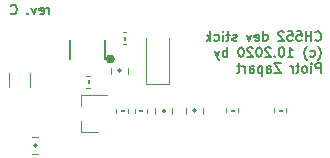
<source format=gbo>
%TF.GenerationSoftware,KiCad,Pcbnew,5.1.7-a382d34a8~87~ubuntu18.04.1*%
%TF.CreationDate,2020-10-28T08:11:05+01:00*%
%TF.ProjectId,CH552_devkit,43483535-325f-4646-9576-6b69742e6b69,rev?*%
%TF.SameCoordinates,Original*%
%TF.FileFunction,Legend,Bot*%
%TF.FilePolarity,Positive*%
%FSLAX46Y46*%
G04 Gerber Fmt 4.6, Leading zero omitted, Abs format (unit mm)*
G04 Created by KiCad (PCBNEW 5.1.7-a382d34a8~87~ubuntu18.04.1) date 2020-10-28 08:11:05*
%MOMM*%
%LPD*%
G01*
G04 APERTURE LIST*
%ADD10C,0.150000*%
%ADD11C,0.120000*%
%ADD12C,0.300000*%
%ADD13C,0.200000*%
G04 APERTURE END LIST*
D10*
X75212023Y-79011904D02*
X75212023Y-78478571D01*
X75212023Y-78630952D02*
X75173928Y-78554761D01*
X75135833Y-78516666D01*
X75059642Y-78478571D01*
X74983452Y-78478571D01*
X74412023Y-78973809D02*
X74488214Y-79011904D01*
X74640595Y-79011904D01*
X74716785Y-78973809D01*
X74754880Y-78897619D01*
X74754880Y-78592857D01*
X74716785Y-78516666D01*
X74640595Y-78478571D01*
X74488214Y-78478571D01*
X74412023Y-78516666D01*
X74373928Y-78592857D01*
X74373928Y-78669047D01*
X74754880Y-78745238D01*
X74107261Y-78478571D02*
X73916785Y-79011904D01*
X73726309Y-78478571D01*
X73421547Y-78935714D02*
X73383452Y-78973809D01*
X73421547Y-79011904D01*
X73459642Y-78973809D01*
X73421547Y-78935714D01*
X73421547Y-79011904D01*
X71973928Y-78935714D02*
X72012023Y-78973809D01*
X72126309Y-79011904D01*
X72202500Y-79011904D01*
X72316785Y-78973809D01*
X72392976Y-78897619D01*
X72431071Y-78821428D01*
X72469166Y-78669047D01*
X72469166Y-78554761D01*
X72431071Y-78402380D01*
X72392976Y-78326190D01*
X72316785Y-78250000D01*
X72202500Y-78211904D01*
X72126309Y-78211904D01*
X72012023Y-78250000D01*
X71973928Y-78288095D01*
X97754880Y-81185714D02*
X97792976Y-81223809D01*
X97907261Y-81261904D01*
X97983452Y-81261904D01*
X98097738Y-81223809D01*
X98173928Y-81147619D01*
X98212023Y-81071428D01*
X98250119Y-80919047D01*
X98250119Y-80804761D01*
X98212023Y-80652380D01*
X98173928Y-80576190D01*
X98097738Y-80500000D01*
X97983452Y-80461904D01*
X97907261Y-80461904D01*
X97792976Y-80500000D01*
X97754880Y-80538095D01*
X97412023Y-81261904D02*
X97412023Y-80461904D01*
X97412023Y-80842857D02*
X96954880Y-80842857D01*
X96954880Y-81261904D02*
X96954880Y-80461904D01*
X96192976Y-80461904D02*
X96573928Y-80461904D01*
X96612023Y-80842857D01*
X96573928Y-80804761D01*
X96497738Y-80766666D01*
X96307261Y-80766666D01*
X96231071Y-80804761D01*
X96192976Y-80842857D01*
X96154880Y-80919047D01*
X96154880Y-81109523D01*
X96192976Y-81185714D01*
X96231071Y-81223809D01*
X96307261Y-81261904D01*
X96497738Y-81261904D01*
X96573928Y-81223809D01*
X96612023Y-81185714D01*
X95431071Y-80461904D02*
X95812023Y-80461904D01*
X95850119Y-80842857D01*
X95812023Y-80804761D01*
X95735833Y-80766666D01*
X95545357Y-80766666D01*
X95469166Y-80804761D01*
X95431071Y-80842857D01*
X95392976Y-80919047D01*
X95392976Y-81109523D01*
X95431071Y-81185714D01*
X95469166Y-81223809D01*
X95545357Y-81261904D01*
X95735833Y-81261904D01*
X95812023Y-81223809D01*
X95850119Y-81185714D01*
X95088214Y-80538095D02*
X95050119Y-80500000D01*
X94973928Y-80461904D01*
X94783452Y-80461904D01*
X94707261Y-80500000D01*
X94669166Y-80538095D01*
X94631071Y-80614285D01*
X94631071Y-80690476D01*
X94669166Y-80804761D01*
X95126309Y-81261904D01*
X94631071Y-81261904D01*
X93335833Y-81261904D02*
X93335833Y-80461904D01*
X93335833Y-81223809D02*
X93412023Y-81261904D01*
X93564404Y-81261904D01*
X93640595Y-81223809D01*
X93678690Y-81185714D01*
X93716785Y-81109523D01*
X93716785Y-80880952D01*
X93678690Y-80804761D01*
X93640595Y-80766666D01*
X93564404Y-80728571D01*
X93412023Y-80728571D01*
X93335833Y-80766666D01*
X92650119Y-81223809D02*
X92726309Y-81261904D01*
X92878690Y-81261904D01*
X92954880Y-81223809D01*
X92992976Y-81147619D01*
X92992976Y-80842857D01*
X92954880Y-80766666D01*
X92878690Y-80728571D01*
X92726309Y-80728571D01*
X92650119Y-80766666D01*
X92612023Y-80842857D01*
X92612023Y-80919047D01*
X92992976Y-80995238D01*
X92345357Y-80728571D02*
X92154880Y-81261904D01*
X91964404Y-80728571D01*
X91088214Y-81223809D02*
X91012023Y-81261904D01*
X90859642Y-81261904D01*
X90783452Y-81223809D01*
X90745357Y-81147619D01*
X90745357Y-81109523D01*
X90783452Y-81033333D01*
X90859642Y-80995238D01*
X90973928Y-80995238D01*
X91050119Y-80957142D01*
X91088214Y-80880952D01*
X91088214Y-80842857D01*
X91050119Y-80766666D01*
X90973928Y-80728571D01*
X90859642Y-80728571D01*
X90783452Y-80766666D01*
X90516785Y-80728571D02*
X90212023Y-80728571D01*
X90402500Y-80461904D02*
X90402500Y-81147619D01*
X90364404Y-81223809D01*
X90288214Y-81261904D01*
X90212023Y-81261904D01*
X89945357Y-81261904D02*
X89945357Y-80728571D01*
X89945357Y-80461904D02*
X89983452Y-80500000D01*
X89945357Y-80538095D01*
X89907261Y-80500000D01*
X89945357Y-80461904D01*
X89945357Y-80538095D01*
X89221547Y-81223809D02*
X89297738Y-81261904D01*
X89450119Y-81261904D01*
X89526309Y-81223809D01*
X89564404Y-81185714D01*
X89602500Y-81109523D01*
X89602500Y-80880952D01*
X89564404Y-80804761D01*
X89526309Y-80766666D01*
X89450119Y-80728571D01*
X89297738Y-80728571D01*
X89221547Y-80766666D01*
X88878690Y-81261904D02*
X88878690Y-80461904D01*
X88802500Y-80957142D02*
X88573928Y-81261904D01*
X88573928Y-80728571D02*
X88878690Y-81033333D01*
X97983452Y-82916666D02*
X98021547Y-82878571D01*
X98097738Y-82764285D01*
X98135833Y-82688095D01*
X98173928Y-82573809D01*
X98212023Y-82383333D01*
X98212023Y-82230952D01*
X98173928Y-82040476D01*
X98135833Y-81926190D01*
X98097738Y-81850000D01*
X98021547Y-81735714D01*
X97983452Y-81697619D01*
X97335833Y-82573809D02*
X97412023Y-82611904D01*
X97564404Y-82611904D01*
X97640595Y-82573809D01*
X97678690Y-82535714D01*
X97716785Y-82459523D01*
X97716785Y-82230952D01*
X97678690Y-82154761D01*
X97640595Y-82116666D01*
X97564404Y-82078571D01*
X97412023Y-82078571D01*
X97335833Y-82116666D01*
X97069166Y-82916666D02*
X97031071Y-82878571D01*
X96954880Y-82764285D01*
X96916785Y-82688095D01*
X96878690Y-82573809D01*
X96840595Y-82383333D01*
X96840595Y-82230952D01*
X96878690Y-82040476D01*
X96916785Y-81926190D01*
X96954880Y-81850000D01*
X97031071Y-81735714D01*
X97069166Y-81697619D01*
X95431071Y-82611904D02*
X95888214Y-82611904D01*
X95659642Y-82611904D02*
X95659642Y-81811904D01*
X95735833Y-81926190D01*
X95812023Y-82002380D01*
X95888214Y-82040476D01*
X94935833Y-81811904D02*
X94859642Y-81811904D01*
X94783452Y-81850000D01*
X94745357Y-81888095D01*
X94707261Y-81964285D01*
X94669166Y-82116666D01*
X94669166Y-82307142D01*
X94707261Y-82459523D01*
X94745357Y-82535714D01*
X94783452Y-82573809D01*
X94859642Y-82611904D01*
X94935833Y-82611904D01*
X95012023Y-82573809D01*
X95050119Y-82535714D01*
X95088214Y-82459523D01*
X95126309Y-82307142D01*
X95126309Y-82116666D01*
X95088214Y-81964285D01*
X95050119Y-81888095D01*
X95012023Y-81850000D01*
X94935833Y-81811904D01*
X94326309Y-82535714D02*
X94288214Y-82573809D01*
X94326309Y-82611904D01*
X94364404Y-82573809D01*
X94326309Y-82535714D01*
X94326309Y-82611904D01*
X93983452Y-81888095D02*
X93945357Y-81850000D01*
X93869166Y-81811904D01*
X93678690Y-81811904D01*
X93602500Y-81850000D01*
X93564404Y-81888095D01*
X93526309Y-81964285D01*
X93526309Y-82040476D01*
X93564404Y-82154761D01*
X94021547Y-82611904D01*
X93526309Y-82611904D01*
X93031071Y-81811904D02*
X92954880Y-81811904D01*
X92878690Y-81850000D01*
X92840595Y-81888095D01*
X92802499Y-81964285D01*
X92764404Y-82116666D01*
X92764404Y-82307142D01*
X92802499Y-82459523D01*
X92840595Y-82535714D01*
X92878690Y-82573809D01*
X92954880Y-82611904D01*
X93031071Y-82611904D01*
X93107261Y-82573809D01*
X93145357Y-82535714D01*
X93183452Y-82459523D01*
X93221547Y-82307142D01*
X93221547Y-82116666D01*
X93183452Y-81964285D01*
X93145357Y-81888095D01*
X93107261Y-81850000D01*
X93031071Y-81811904D01*
X92459642Y-81888095D02*
X92421547Y-81850000D01*
X92345357Y-81811904D01*
X92154880Y-81811904D01*
X92078690Y-81850000D01*
X92040595Y-81888095D01*
X92002499Y-81964285D01*
X92002499Y-82040476D01*
X92040595Y-82154761D01*
X92497738Y-82611904D01*
X92002499Y-82611904D01*
X91507261Y-81811904D02*
X91431071Y-81811904D01*
X91354880Y-81850000D01*
X91316785Y-81888095D01*
X91278690Y-81964285D01*
X91240595Y-82116666D01*
X91240595Y-82307142D01*
X91278690Y-82459523D01*
X91316785Y-82535714D01*
X91354880Y-82573809D01*
X91431071Y-82611904D01*
X91507261Y-82611904D01*
X91583452Y-82573809D01*
X91621547Y-82535714D01*
X91659642Y-82459523D01*
X91697738Y-82307142D01*
X91697738Y-82116666D01*
X91659642Y-81964285D01*
X91621547Y-81888095D01*
X91583452Y-81850000D01*
X91507261Y-81811904D01*
X90288214Y-82611904D02*
X90288214Y-81811904D01*
X90288214Y-82116666D02*
X90212023Y-82078571D01*
X90059642Y-82078571D01*
X89983452Y-82116666D01*
X89945357Y-82154761D01*
X89907261Y-82230952D01*
X89907261Y-82459523D01*
X89945357Y-82535714D01*
X89983452Y-82573809D01*
X90059642Y-82611904D01*
X90212023Y-82611904D01*
X90288214Y-82573809D01*
X89640595Y-82078571D02*
X89450119Y-82611904D01*
X89259642Y-82078571D02*
X89450119Y-82611904D01*
X89526309Y-82802380D01*
X89564404Y-82840476D01*
X89640595Y-82878571D01*
X98212023Y-83961904D02*
X98212023Y-83161904D01*
X97907261Y-83161904D01*
X97831071Y-83200000D01*
X97792976Y-83238095D01*
X97754880Y-83314285D01*
X97754880Y-83428571D01*
X97792976Y-83504761D01*
X97831071Y-83542857D01*
X97907261Y-83580952D01*
X98212023Y-83580952D01*
X97412023Y-83961904D02*
X97412023Y-83428571D01*
X97412023Y-83161904D02*
X97450119Y-83200000D01*
X97412023Y-83238095D01*
X97373928Y-83200000D01*
X97412023Y-83161904D01*
X97412023Y-83238095D01*
X96916785Y-83961904D02*
X96992976Y-83923809D01*
X97031071Y-83885714D01*
X97069166Y-83809523D01*
X97069166Y-83580952D01*
X97031071Y-83504761D01*
X96992976Y-83466666D01*
X96916785Y-83428571D01*
X96802500Y-83428571D01*
X96726309Y-83466666D01*
X96688214Y-83504761D01*
X96650119Y-83580952D01*
X96650119Y-83809523D01*
X96688214Y-83885714D01*
X96726309Y-83923809D01*
X96802500Y-83961904D01*
X96916785Y-83961904D01*
X96421547Y-83428571D02*
X96116785Y-83428571D01*
X96307261Y-83161904D02*
X96307261Y-83847619D01*
X96269166Y-83923809D01*
X96192976Y-83961904D01*
X96116785Y-83961904D01*
X95850119Y-83961904D02*
X95850119Y-83428571D01*
X95850119Y-83580952D02*
X95812023Y-83504761D01*
X95773928Y-83466666D01*
X95697738Y-83428571D01*
X95621547Y-83428571D01*
X94821547Y-83161904D02*
X94288214Y-83161904D01*
X94821547Y-83961904D01*
X94288214Y-83961904D01*
X93640595Y-83961904D02*
X93640595Y-83542857D01*
X93678690Y-83466666D01*
X93754880Y-83428571D01*
X93907261Y-83428571D01*
X93983452Y-83466666D01*
X93640595Y-83923809D02*
X93716785Y-83961904D01*
X93907261Y-83961904D01*
X93983452Y-83923809D01*
X94021547Y-83847619D01*
X94021547Y-83771428D01*
X93983452Y-83695238D01*
X93907261Y-83657142D01*
X93716785Y-83657142D01*
X93640595Y-83619047D01*
X93259642Y-83428571D02*
X93259642Y-84228571D01*
X93259642Y-83466666D02*
X93183452Y-83428571D01*
X93031071Y-83428571D01*
X92954880Y-83466666D01*
X92916785Y-83504761D01*
X92878690Y-83580952D01*
X92878690Y-83809523D01*
X92916785Y-83885714D01*
X92954880Y-83923809D01*
X93031071Y-83961904D01*
X93183452Y-83961904D01*
X93259642Y-83923809D01*
X92192976Y-83961904D02*
X92192976Y-83542857D01*
X92231071Y-83466666D01*
X92307261Y-83428571D01*
X92459642Y-83428571D01*
X92535833Y-83466666D01*
X92192976Y-83923809D02*
X92269166Y-83961904D01*
X92459642Y-83961904D01*
X92535833Y-83923809D01*
X92573928Y-83847619D01*
X92573928Y-83771428D01*
X92535833Y-83695238D01*
X92459642Y-83657142D01*
X92269166Y-83657142D01*
X92192976Y-83619047D01*
X91812023Y-83961904D02*
X91812023Y-83428571D01*
X91812023Y-83580952D02*
X91773928Y-83504761D01*
X91735833Y-83466666D01*
X91659642Y-83428571D01*
X91583452Y-83428571D01*
X91431071Y-83428571D02*
X91126309Y-83428571D01*
X91316785Y-83161904D02*
X91316785Y-83847619D01*
X91278690Y-83923809D01*
X91202500Y-83961904D01*
X91126309Y-83961904D01*
D11*
%TO.C,R8*%
X94665800Y-87072000D02*
X94919800Y-87072000D01*
X94665800Y-87172000D02*
X94665800Y-87072000D01*
X94919800Y-87172000D02*
X94665800Y-87172000D01*
X94919800Y-87072000D02*
X94919800Y-87172000D01*
X95302800Y-87284779D02*
X95302800Y-86959221D01*
X94282800Y-87284779D02*
X94282800Y-86959221D01*
%TO.C,R6*%
X78600000Y-84612600D02*
X78600000Y-84866600D01*
X78500000Y-84612600D02*
X78600000Y-84612600D01*
X78500000Y-84866600D02*
X78500000Y-84612600D01*
X78600000Y-84866600D02*
X78500000Y-84866600D01*
X78387221Y-85249600D02*
X78712779Y-85249600D01*
X78387221Y-84229600D02*
X78712779Y-84229600D01*
%TO.C,R5*%
X81527000Y-87227101D02*
X81273000Y-87227101D01*
X81527000Y-87127101D02*
X81527000Y-87227101D01*
X81273000Y-87127101D02*
X81527000Y-87127101D01*
X81273000Y-87227101D02*
X81273000Y-87127101D01*
X80890000Y-87014322D02*
X80890000Y-87339880D01*
X81910000Y-87014322D02*
X81910000Y-87339880D01*
%TO.C,R4*%
X83127000Y-87239600D02*
X82873000Y-87239600D01*
X83127000Y-87139600D02*
X83127000Y-87239600D01*
X82873000Y-87139600D02*
X83127000Y-87139600D01*
X82873000Y-87239600D02*
X82873000Y-87139600D01*
X82490000Y-87026821D02*
X82490000Y-87352379D01*
X83510000Y-87026821D02*
X83510000Y-87352379D01*
%TO.C,R3*%
X81550000Y-81166600D02*
X81550000Y-80912600D01*
X81650000Y-81166600D02*
X81550000Y-81166600D01*
X81650000Y-80912600D02*
X81650000Y-81166600D01*
X81550000Y-80912600D02*
X81650000Y-80912600D01*
X81762779Y-80529600D02*
X81437221Y-80529600D01*
X81762779Y-81549600D02*
X81437221Y-81549600D01*
%TO.C,R1*%
X90855800Y-87172000D02*
X90601800Y-87172000D01*
X90855800Y-87072000D02*
X90855800Y-87172000D01*
X90601800Y-87072000D02*
X90855800Y-87072000D01*
X90601800Y-87172000D02*
X90601800Y-87072000D01*
X90218800Y-86959221D02*
X90218800Y-87284779D01*
X91238800Y-86959221D02*
X91238800Y-87284779D01*
%TO.C,Q2*%
X77929200Y-89006800D02*
X77929200Y-88076800D01*
X77929200Y-85846800D02*
X77929200Y-86776800D01*
X77929200Y-85846800D02*
X80089200Y-85846800D01*
X77929200Y-89006800D02*
X79389200Y-89006800D01*
%TO.C,F1*%
X73610000Y-83987536D02*
X73610000Y-85191664D01*
X71790000Y-83987536D02*
X71790000Y-85191664D01*
D12*
%TO.C,Q1*%
X80612132Y-82800000D02*
G75*
G03*
X80612132Y-82800000I-212132J0D01*
G01*
D10*
X77000000Y-82800000D02*
X77000000Y-81200000D01*
X79950000Y-81200000D02*
X79950000Y-82800000D01*
D11*
%TO.C,D2*%
X85400000Y-84889600D02*
X85400000Y-80989600D01*
X83400000Y-84889600D02*
X83400000Y-80989600D01*
X85400000Y-84889600D02*
X83400000Y-84889600D01*
%TO.C,C5*%
X74321078Y-90799600D02*
X73803922Y-90799600D01*
X74321078Y-89379600D02*
X73803922Y-89379600D01*
D13*
X74189500Y-90089600D02*
G75*
G03*
X74189500Y-90089600I-127000J0D01*
G01*
D11*
%TO.C,C3*%
X81910000Y-83531022D02*
X81910000Y-84048178D01*
X80490000Y-83531022D02*
X80490000Y-84048178D01*
D13*
X81327000Y-83789600D02*
G75*
G03*
X81327000Y-83789600I-127000J0D01*
G01*
D11*
%TO.C,C2*%
X88238400Y-86914222D02*
X88238400Y-87431378D01*
X86818400Y-86914222D02*
X86818400Y-87431378D01*
D13*
X87655400Y-87172800D02*
G75*
G03*
X87655400Y-87172800I-127000J0D01*
G01*
D11*
%TO.C,C1*%
X85647600Y-86914222D02*
X85647600Y-87431378D01*
X84227600Y-86914222D02*
X84227600Y-87431378D01*
D13*
X85064600Y-87172800D02*
G75*
G03*
X85064600Y-87172800I-127000J0D01*
G01*
%TD*%
M02*

</source>
